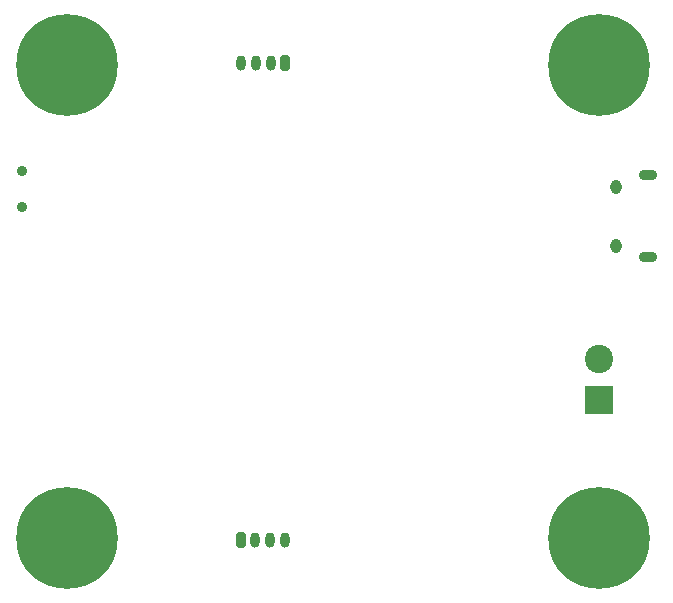
<source format=gbr>
%TF.GenerationSoftware,KiCad,Pcbnew,7.0.2*%
%TF.CreationDate,2023-06-03T12:41:16+05:30*%
%TF.ProjectId,STM32F4 based PCB,53544d33-3246-4342-9062-617365642050,rev?*%
%TF.SameCoordinates,Original*%
%TF.FileFunction,Soldermask,Bot*%
%TF.FilePolarity,Negative*%
%FSLAX46Y46*%
G04 Gerber Fmt 4.6, Leading zero omitted, Abs format (unit mm)*
G04 Created by KiCad (PCBNEW 7.0.2) date 2023-06-03 12:41:16*
%MOMM*%
%LPD*%
G01*
G04 APERTURE LIST*
G04 Aperture macros list*
%AMRoundRect*
0 Rectangle with rounded corners*
0 $1 Rounding radius*
0 $2 $3 $4 $5 $6 $7 $8 $9 X,Y pos of 4 corners*
0 Add a 4 corners polygon primitive as box body*
4,1,4,$2,$3,$4,$5,$6,$7,$8,$9,$2,$3,0*
0 Add four circle primitives for the rounded corners*
1,1,$1+$1,$2,$3*
1,1,$1+$1,$4,$5*
1,1,$1+$1,$6,$7*
1,1,$1+$1,$8,$9*
0 Add four rect primitives between the rounded corners*
20,1,$1+$1,$2,$3,$4,$5,0*
20,1,$1+$1,$4,$5,$6,$7,0*
20,1,$1+$1,$6,$7,$8,$9,0*
20,1,$1+$1,$8,$9,$2,$3,0*%
G04 Aperture macros list end*
%ADD10RoundRect,0.200000X-0.200000X-0.450000X0.200000X-0.450000X0.200000X0.450000X-0.200000X0.450000X0*%
%ADD11O,0.800000X1.300000*%
%ADD12C,0.900000*%
%ADD13C,8.600000*%
%ADD14O,1.550000X0.890000*%
%ADD15O,0.950000X1.250000*%
%ADD16R,2.400000X2.400000*%
%ADD17C,2.400000*%
%ADD18RoundRect,0.200000X0.200000X0.450000X-0.200000X0.450000X-0.200000X-0.450000X0.200000X-0.450000X0*%
G04 APERTURE END LIST*
D10*
%TO.C,J4*%
X108325000Y-96400000D03*
D11*
X109575000Y-96400000D03*
X110825000Y-96400000D03*
X112075000Y-96400000D03*
%TD*%
D12*
%TO.C,H1*%
X90385838Y-96180419D03*
X91330419Y-93900000D03*
X91330419Y-98460838D03*
X93610838Y-92955419D03*
D13*
X93610838Y-96180419D03*
D12*
X93610838Y-99405419D03*
X95891257Y-93900000D03*
X95891257Y-98460838D03*
X96835838Y-96180419D03*
%TD*%
%TO.C,H4*%
X90385838Y-56160838D03*
X91330419Y-53880419D03*
X91330419Y-58441257D03*
X93610838Y-52935838D03*
D13*
X93610838Y-56160838D03*
D12*
X93610838Y-59385838D03*
X95891257Y-53880419D03*
X95891257Y-58441257D03*
X96835838Y-56160838D03*
%TD*%
%TO.C,H3*%
X135455419Y-96180419D03*
X136400000Y-93900000D03*
X136400000Y-98460838D03*
X138680419Y-92955419D03*
D13*
X138680419Y-96180419D03*
D12*
X138680419Y-99405419D03*
X140960838Y-93900000D03*
X140960838Y-98460838D03*
X141905419Y-96180419D03*
%TD*%
D14*
%TO.C,J5*%
X142800000Y-72438935D03*
D15*
X140100000Y-71438935D03*
X140100000Y-66438935D03*
D14*
X142800000Y-65438935D03*
%TD*%
D16*
%TO.C,J1*%
X138700000Y-84550000D03*
D17*
X138700000Y-81050000D03*
%TD*%
D12*
%TO.C,SW1*%
X89790000Y-65150000D03*
X89790000Y-68150000D03*
%TD*%
%TO.C,H2*%
X135455419Y-56180419D03*
X136400000Y-53900000D03*
X136400000Y-58460838D03*
X138680419Y-52955419D03*
D13*
X138680419Y-56180419D03*
D12*
X138680419Y-59405419D03*
X140960838Y-53900000D03*
X140960838Y-58460838D03*
X141905419Y-56180419D03*
%TD*%
D18*
%TO.C,J3*%
X112117965Y-55949581D03*
D11*
X110867965Y-55949581D03*
X109617965Y-55949581D03*
X108367965Y-55949581D03*
%TD*%
M02*

</source>
